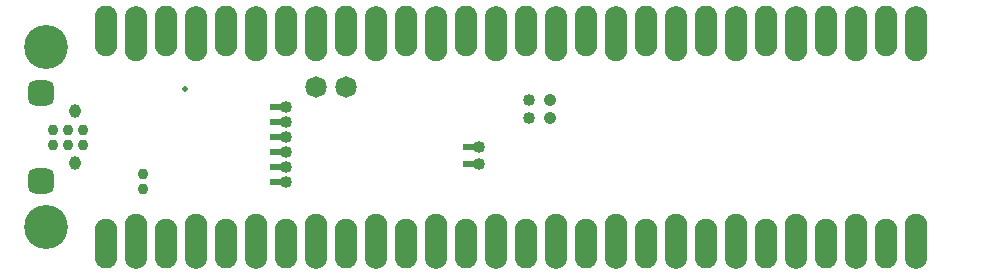
<source format=gbs>
G04*
G04 #@! TF.GenerationSoftware,Altium Limited,Altium Designer,20.2.4 (192)*
G04*
G04 Layer_Color=16711935*
%FSLAX43Y43*%
%MOMM*%
G71*
G04*
G04 #@! TF.SameCoordinates,AF46D1C0-80E4-4F08-9089-F3FA465175DE*
G04*
G04*
G04 #@! TF.FilePolarity,Negative*
G04*
G01*
G75*
%ADD48C,1.050*%
%ADD52R,1.325X0.500*%
%ADD58R,0.770X0.620*%
%ADD81C,1.020*%
%ADD82C,1.820*%
%ADD84C,1.902*%
G04:AMPARAMS|DCode=86|XSize=1.17mm|YSize=0.96mm|CornerRadius=0.48mm|HoleSize=0mm|Usage=FLASHONLY|Rotation=270.000|XOffset=0mm|YOffset=0mm|HoleType=Round|Shape=RoundedRectangle|*
%AMROUNDEDRECTD86*
21,1,1.170,0.000,0,0,270.0*
21,1,0.210,0.960,0,0,270.0*
1,1,0.960,0.000,-0.105*
1,1,0.960,0.000,0.105*
1,1,0.960,0.000,0.105*
1,1,0.960,0.000,-0.105*
%
%ADD86ROUNDEDRECTD86*%
G04:AMPARAMS|DCode=87|XSize=2.12mm|YSize=2.22mm|CornerRadius=0.58mm|HoleSize=0mm|Usage=FLASHONLY|Rotation=270.000|XOffset=0mm|YOffset=0mm|HoleType=Round|Shape=RoundedRectangle|*
%AMROUNDEDRECTD87*
21,1,2.120,1.060,0,0,270.0*
21,1,0.960,2.220,0,0,270.0*
1,1,1.160,-0.530,-0.480*
1,1,1.160,-0.530,0.480*
1,1,1.160,0.530,0.480*
1,1,1.160,0.530,-0.480*
%
%ADD87ROUNDEDRECTD87*%
%ADD88C,0.120*%
%ADD89C,3.720*%
%ADD90C,0.500*%
%ADD122C,0.920*%
%ADD123C,0.920*%
%ADD124O,1.902X4.543*%
%ADD125O,1.902X4.137*%
D48*
X45200Y11775D02*
D03*
Y13275D02*
D03*
D52*
X38544Y9357D02*
D03*
X38544Y7850D02*
D03*
X22198Y11430D02*
D03*
Y10160D02*
D03*
Y8890D02*
D03*
Y12700D02*
D03*
Y6350D02*
D03*
Y7620D02*
D03*
D58*
X38207Y9357D02*
D03*
Y7850D02*
D03*
X21860Y11430D02*
D03*
Y10160D02*
D03*
Y8890D02*
D03*
Y12700D02*
D03*
Y6350D02*
D03*
Y7620D02*
D03*
D81*
X39207Y9357D02*
D03*
Y7850D02*
D03*
X43450Y11785D02*
D03*
X43450Y13285D02*
D03*
X22860Y11430D02*
D03*
Y10160D02*
D03*
Y8890D02*
D03*
Y12700D02*
D03*
Y6350D02*
D03*
Y7620D02*
D03*
D82*
X27940Y14402D02*
D03*
X25400D02*
D03*
D84*
X10160Y17577D02*
D03*
X12700Y17983D02*
D03*
X73660Y2337D02*
D03*
X66040Y2743D02*
D03*
X68580Y2337D02*
D03*
X71120Y2743D02*
D03*
X63500Y2337D02*
D03*
X60960Y2743D02*
D03*
X58420Y2337D02*
D03*
X55880Y2743D02*
D03*
X53340Y2337D02*
D03*
X50800Y2743D02*
D03*
X48260Y2337D02*
D03*
X45720Y2743D02*
D03*
X43180Y2337D02*
D03*
X40640Y2743D02*
D03*
X38100Y2337D02*
D03*
X35560Y2743D02*
D03*
X33020Y2337D02*
D03*
X30480Y2743D02*
D03*
X27940Y2337D02*
D03*
X25400Y2743D02*
D03*
X22860Y2337D02*
D03*
X20320Y2743D02*
D03*
X17780Y2337D02*
D03*
X15240Y2743D02*
D03*
X12700Y2337D02*
D03*
X76200Y17577D02*
D03*
X73660Y17983D02*
D03*
X71120Y17577D02*
D03*
X68580Y17983D02*
D03*
X66040Y17577D02*
D03*
X63500Y17983D02*
D03*
X60960Y17577D02*
D03*
X58420Y17983D02*
D03*
X55880Y17577D02*
D03*
X53340Y17983D02*
D03*
X50800Y17577D02*
D03*
X48260Y17983D02*
D03*
X45720Y17577D02*
D03*
X43180Y17983D02*
D03*
X40640Y17577D02*
D03*
X38100Y17983D02*
D03*
X35560Y17577D02*
D03*
X33020Y17983D02*
D03*
X30480Y17577D02*
D03*
X27940Y17983D02*
D03*
X25400Y17577D02*
D03*
X17780Y17983D02*
D03*
X22860D02*
D03*
X20320Y17577D02*
D03*
X7620Y2337D02*
D03*
X10160Y2743D02*
D03*
X76200D02*
D03*
X15240Y17577D02*
D03*
X7620Y17983D02*
D03*
D86*
X5050Y12385D02*
D03*
Y7935D02*
D03*
D87*
X2150Y6423D02*
D03*
Y13898D02*
D03*
D88*
X81280Y2540D02*
D03*
Y17780D02*
D03*
D89*
X2540D02*
D03*
Y2540D02*
D03*
D90*
X14365Y14225D02*
D03*
D122*
X3190Y10795D02*
D03*
Y9525D02*
D03*
X4460Y10795D02*
D03*
Y9525D02*
D03*
X5730Y10795D02*
D03*
Y9525D02*
D03*
D123*
X10810Y5777D02*
D03*
X10810Y7047D02*
D03*
D124*
X10160Y18999D02*
D03*
X66040Y1321D02*
D03*
X71120D02*
D03*
X60960D02*
D03*
X55880D02*
D03*
X50800D02*
D03*
X45720D02*
D03*
X40640D02*
D03*
X35560D02*
D03*
X30480D02*
D03*
X25400D02*
D03*
X20320D02*
D03*
X15240D02*
D03*
X10160D02*
D03*
X76200Y18999D02*
D03*
X71120D02*
D03*
X66040D02*
D03*
X60960D02*
D03*
X55880D02*
D03*
X50800D02*
D03*
X45720D02*
D03*
X40640D02*
D03*
X35560D02*
D03*
X30480D02*
D03*
X25400D02*
D03*
X20320D02*
D03*
X76200Y1321D02*
D03*
X15240Y18999D02*
D03*
D125*
X12700Y19202D02*
D03*
X73660Y1118D02*
D03*
X68580D02*
D03*
X63500D02*
D03*
X58420D02*
D03*
X53340D02*
D03*
X48260D02*
D03*
X43180D02*
D03*
X38100D02*
D03*
X33020D02*
D03*
X27940D02*
D03*
X22860D02*
D03*
X17780D02*
D03*
X12700D02*
D03*
X7620D02*
D03*
X73660Y19202D02*
D03*
X68580D02*
D03*
X63500D02*
D03*
X58420D02*
D03*
X53340D02*
D03*
X48260D02*
D03*
X43180D02*
D03*
X38100D02*
D03*
X33020D02*
D03*
X27940D02*
D03*
X17780D02*
D03*
X22860D02*
D03*
X7620D02*
D03*
M02*

</source>
